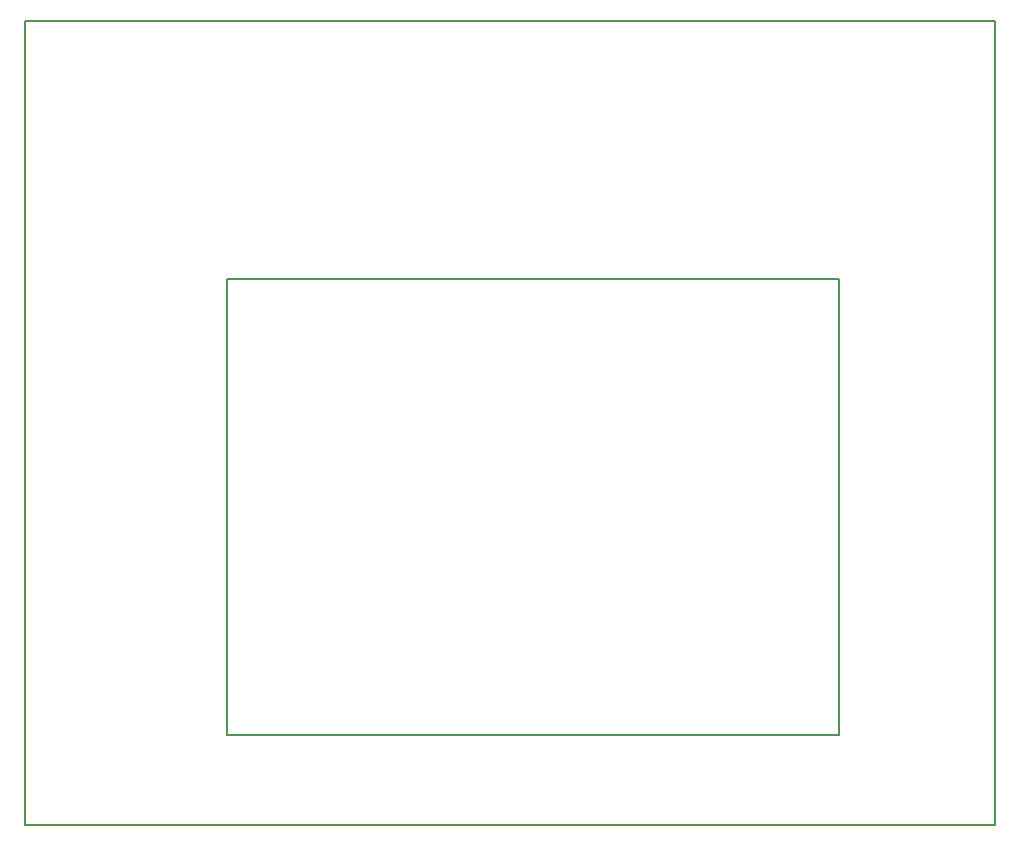
<source format=gbr>
G04 EasyPC Gerber Version 21.0.3 Build 4286 *
G04 #@! TF.Part,Single*
%FSLAX35Y35*%
%MOIN*%
%ADD29C,0.00500*%
X0Y0D02*
D02*
D29*
X30045Y43557D02*
X353274D01*
Y311563*
X30045*
Y43557*
X97368Y225447D02*
X301305D01*
Y73478*
X97368*
Y225447*
X0Y0D02*
M02*

</source>
